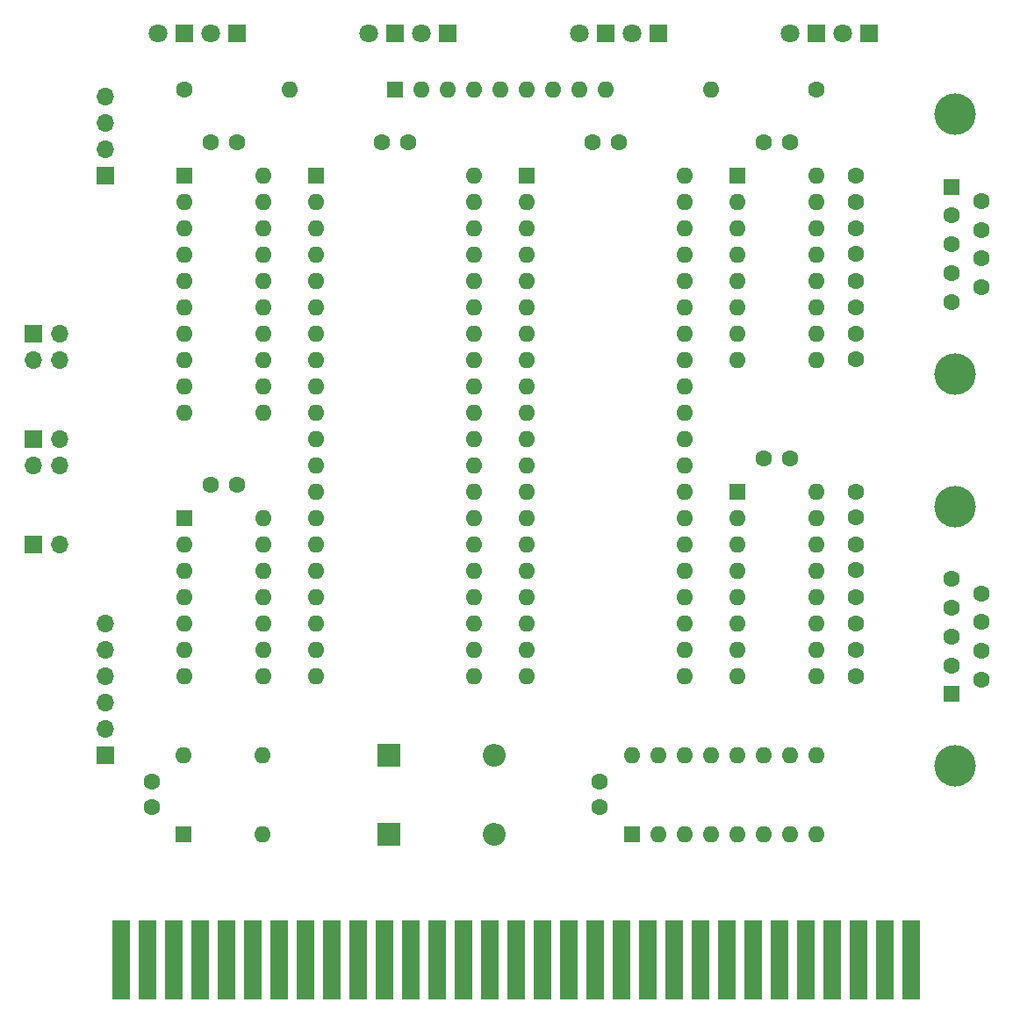
<source format=gts>
G04 #@! TF.GenerationSoftware,KiCad,Pcbnew,7.0.6*
G04 #@! TF.CreationDate,2023-08-07T17:45:37-04:00*
G04 #@! TF.ProjectId,3 - Quad Serial card v3,33202d20-5175-4616-9420-53657269616c,1*
G04 #@! TF.SameCoordinates,Original*
G04 #@! TF.FileFunction,Soldermask,Top*
G04 #@! TF.FilePolarity,Negative*
%FSLAX46Y46*%
G04 Gerber Fmt 4.6, Leading zero omitted, Abs format (unit mm)*
G04 Created by KiCad (PCBNEW 7.0.6) date 2023-08-07 17:45:37*
%MOMM*%
%LPD*%
G01*
G04 APERTURE LIST*
%ADD10R,1.700000X1.700000*%
%ADD11O,1.700000X1.700000*%
%ADD12C,1.600000*%
%ADD13R,1.800000X1.800000*%
%ADD14C,1.800000*%
%ADD15O,1.600000X1.600000*%
%ADD16R,1.600000X1.600000*%
%ADD17R,1.780000X7.620000*%
%ADD18C,4.000000*%
%ADD19R,2.200000X2.200000*%
%ADD20O,2.200000X2.200000*%
G04 APERTURE END LIST*
D10*
X93980000Y-60960000D03*
D11*
X93980000Y-58420000D03*
X93980000Y-55880000D03*
X93980000Y-53340000D03*
D12*
X166370000Y-66040000D03*
X166370000Y-68540000D03*
X166370000Y-73660000D03*
X166370000Y-71160000D03*
X166370000Y-101640000D03*
X166370000Y-104140000D03*
D13*
X127000000Y-47275000D03*
D14*
X124460000Y-47275000D03*
D12*
X166370000Y-91440000D03*
X166370000Y-93940000D03*
D11*
X93980000Y-104140000D03*
X93980000Y-106680000D03*
X93980000Y-109220000D03*
X93980000Y-111760000D03*
X93980000Y-114300000D03*
D10*
X93980000Y-116840000D03*
D12*
X106660000Y-90805000D03*
X104160000Y-90805000D03*
X98425000Y-119400000D03*
X98425000Y-121900000D03*
D10*
X86995000Y-76200000D03*
D11*
X89535000Y-76200000D03*
X86995000Y-78740000D03*
X89535000Y-78740000D03*
D13*
X101600000Y-47275000D03*
D14*
X99060000Y-47275000D03*
D12*
X106660000Y-57785000D03*
X104160000Y-57785000D03*
D15*
X101508400Y-116840000D03*
X109128400Y-116840000D03*
X109128400Y-124460000D03*
D16*
X101508400Y-124460000D03*
D13*
X147335000Y-47275000D03*
D14*
X144795000Y-47275000D03*
D16*
X144770000Y-124450000D03*
D15*
X147310000Y-124450000D03*
X149850000Y-124450000D03*
X152390000Y-124450000D03*
X154930000Y-124450000D03*
X157470000Y-124450000D03*
X160010000Y-124450000D03*
X162550000Y-124450000D03*
X162550000Y-116830000D03*
X160010000Y-116830000D03*
X157470000Y-116830000D03*
X154930000Y-116830000D03*
X152390000Y-116830000D03*
X149850000Y-116830000D03*
X147310000Y-116830000D03*
X144770000Y-116830000D03*
D13*
X142255000Y-47275000D03*
D14*
X139715000Y-47275000D03*
X160020000Y-47275000D03*
D13*
X162560000Y-47275000D03*
D12*
X140990000Y-57785000D03*
X143490000Y-57785000D03*
D15*
X162570000Y-91430000D03*
X162570000Y-93970000D03*
X162570000Y-96510000D03*
X162570000Y-99050000D03*
X162570000Y-101590000D03*
X162570000Y-104130000D03*
X162570000Y-106670000D03*
X162570000Y-109210000D03*
X154950000Y-109210000D03*
X154950000Y-106670000D03*
X154950000Y-104130000D03*
X154950000Y-101590000D03*
X154950000Y-99050000D03*
X154950000Y-96510000D03*
X154950000Y-93970000D03*
D16*
X154950000Y-91430000D03*
D12*
X101600000Y-52705000D03*
D15*
X111760000Y-52705000D03*
D12*
X166370000Y-106720000D03*
X166370000Y-109220000D03*
D13*
X167640000Y-47275000D03*
D14*
X165100000Y-47275000D03*
D17*
X171704000Y-136612000D03*
X169164000Y-136612000D03*
X166624000Y-136612000D03*
X164084000Y-136612000D03*
X161544000Y-136612000D03*
X159004000Y-136612000D03*
X156464000Y-136612000D03*
X153924000Y-136612000D03*
X151384000Y-136612000D03*
X148844000Y-136612000D03*
X146304000Y-136612000D03*
X143764000Y-136612000D03*
X141224000Y-136612000D03*
X138684000Y-136612000D03*
X136144000Y-136612000D03*
X133604000Y-136612000D03*
X131064000Y-136612000D03*
X128524000Y-136612000D03*
X125984000Y-136612000D03*
X123444000Y-136612000D03*
X120904000Y-136612000D03*
X118364000Y-136612000D03*
X115824000Y-136612000D03*
X113284000Y-136612000D03*
X110744000Y-136612000D03*
X108204000Y-136612000D03*
X105664000Y-136612000D03*
X103124000Y-136612000D03*
X100584000Y-136612000D03*
X98044000Y-136612000D03*
X95504000Y-136612000D03*
D16*
X101610000Y-60965000D03*
D15*
X101610000Y-63505000D03*
X101610000Y-66045000D03*
X101610000Y-68585000D03*
X101610000Y-71125000D03*
X101610000Y-73665000D03*
X101610000Y-76205000D03*
X101610000Y-78745000D03*
X101610000Y-81285000D03*
X101610000Y-83825000D03*
X109230000Y-83825000D03*
X109230000Y-81285000D03*
X109230000Y-78745000D03*
X109230000Y-76205000D03*
X109230000Y-73665000D03*
X109230000Y-71125000D03*
X109230000Y-68585000D03*
X109230000Y-66045000D03*
X109230000Y-63505000D03*
X109230000Y-60965000D03*
D12*
X178435000Y-71755000D03*
X178435000Y-68985000D03*
X178435000Y-66215000D03*
X178435000Y-63445000D03*
X175595000Y-73140000D03*
X175595000Y-70370000D03*
X175595000Y-67600000D03*
X175595000Y-64830000D03*
D16*
X175595000Y-62060000D03*
D18*
X175895000Y-55100000D03*
X175895000Y-80100000D03*
D12*
X166370000Y-96520000D03*
X166370000Y-99020000D03*
X166370000Y-76200000D03*
X166370000Y-78700000D03*
D16*
X121920000Y-52705000D03*
D15*
X124460000Y-52705000D03*
X127000000Y-52705000D03*
X129540000Y-52705000D03*
X132080000Y-52705000D03*
X134620000Y-52705000D03*
X137160000Y-52705000D03*
X139700000Y-52705000D03*
X142240000Y-52705000D03*
D19*
X121285000Y-116840000D03*
D20*
X131445000Y-116840000D03*
D13*
X121920000Y-47275000D03*
D14*
X119380000Y-47275000D03*
D12*
X162560000Y-52705000D03*
D15*
X152400000Y-52705000D03*
D12*
X160000000Y-57785000D03*
X157500000Y-57785000D03*
D10*
X86990000Y-86360000D03*
D11*
X89530000Y-86360000D03*
X86990000Y-88900000D03*
X89530000Y-88900000D03*
D12*
X160000000Y-88265000D03*
X157500000Y-88265000D03*
X166370000Y-61000000D03*
X166370000Y-63500000D03*
D13*
X106680000Y-47275000D03*
D14*
X104140000Y-47275000D03*
D10*
X86995000Y-96520000D03*
D11*
X89535000Y-96520000D03*
D16*
X154940000Y-60960000D03*
D15*
X154940000Y-63500000D03*
X154940000Y-66040000D03*
X154940000Y-68580000D03*
X154940000Y-71120000D03*
X154940000Y-73660000D03*
X154940000Y-76200000D03*
X154940000Y-78740000D03*
X162560000Y-78740000D03*
X162560000Y-76200000D03*
X162560000Y-73660000D03*
X162560000Y-71120000D03*
X162560000Y-68580000D03*
X162560000Y-66040000D03*
X162560000Y-63500000D03*
X162560000Y-60960000D03*
D18*
X175895000Y-117920000D03*
X175895000Y-92920000D03*
D16*
X175595000Y-110960000D03*
D12*
X175595000Y-108190000D03*
X175595000Y-105420000D03*
X175595000Y-102650000D03*
X175595000Y-99880000D03*
X178435000Y-109575000D03*
X178435000Y-106805000D03*
X178435000Y-104035000D03*
X178435000Y-101265000D03*
D16*
X114300000Y-60960000D03*
D15*
X114300000Y-63500000D03*
X114300000Y-66040000D03*
X114300000Y-68580000D03*
X114300000Y-71120000D03*
X114300000Y-73660000D03*
X114300000Y-76200000D03*
X114300000Y-78740000D03*
X114300000Y-81280000D03*
X114300000Y-83820000D03*
X114300000Y-86360000D03*
X114300000Y-88900000D03*
X114300000Y-91440000D03*
X114300000Y-93980000D03*
X114300000Y-96520000D03*
X114300000Y-99060000D03*
X114300000Y-101600000D03*
X114300000Y-104140000D03*
X114300000Y-106680000D03*
X114300000Y-109220000D03*
X129540000Y-109220000D03*
X129540000Y-106680000D03*
X129540000Y-104140000D03*
X129540000Y-101600000D03*
X129540000Y-99060000D03*
X129540000Y-96520000D03*
X129540000Y-93980000D03*
X129540000Y-91440000D03*
X129540000Y-88900000D03*
X129540000Y-86360000D03*
X129540000Y-83820000D03*
X129540000Y-81280000D03*
X129540000Y-78740000D03*
X129540000Y-76200000D03*
X129540000Y-73660000D03*
X129540000Y-71120000D03*
X129540000Y-68580000D03*
X129540000Y-66040000D03*
X129540000Y-63500000D03*
X129540000Y-60960000D03*
D16*
X101600000Y-93980000D03*
D15*
X101600000Y-96520000D03*
X101600000Y-99060000D03*
X101600000Y-101600000D03*
X101600000Y-104140000D03*
X101600000Y-106680000D03*
X101600000Y-109220000D03*
X109220000Y-109220000D03*
X109220000Y-106680000D03*
X109220000Y-104140000D03*
X109220000Y-101600000D03*
X109220000Y-99060000D03*
X109220000Y-96520000D03*
X109220000Y-93980000D03*
D12*
X120650000Y-57785000D03*
X123150000Y-57785000D03*
X141605000Y-119380000D03*
X141605000Y-121880000D03*
D16*
X134620000Y-60960000D03*
D15*
X134620000Y-63500000D03*
X134620000Y-66040000D03*
X134620000Y-68580000D03*
X134620000Y-71120000D03*
X134620000Y-73660000D03*
X134620000Y-76200000D03*
X134620000Y-78740000D03*
X134620000Y-81280000D03*
X134620000Y-83820000D03*
X134620000Y-86360000D03*
X134620000Y-88900000D03*
X134620000Y-91440000D03*
X134620000Y-93980000D03*
X134620000Y-96520000D03*
X134620000Y-99060000D03*
X134620000Y-101600000D03*
X134620000Y-104140000D03*
X134620000Y-106680000D03*
X134620000Y-109220000D03*
X149860000Y-109220000D03*
X149860000Y-106680000D03*
X149860000Y-104140000D03*
X149860000Y-101600000D03*
X149860000Y-99060000D03*
X149860000Y-96520000D03*
X149860000Y-93980000D03*
X149860000Y-91440000D03*
X149860000Y-88900000D03*
X149860000Y-86360000D03*
X149860000Y-83820000D03*
X149860000Y-81280000D03*
X149860000Y-78740000D03*
X149860000Y-76200000D03*
X149860000Y-73660000D03*
X149860000Y-71120000D03*
X149860000Y-68580000D03*
X149860000Y-66040000D03*
X149860000Y-63500000D03*
X149860000Y-60960000D03*
D19*
X121285000Y-124460000D03*
D20*
X131445000Y-124460000D03*
M02*

</source>
